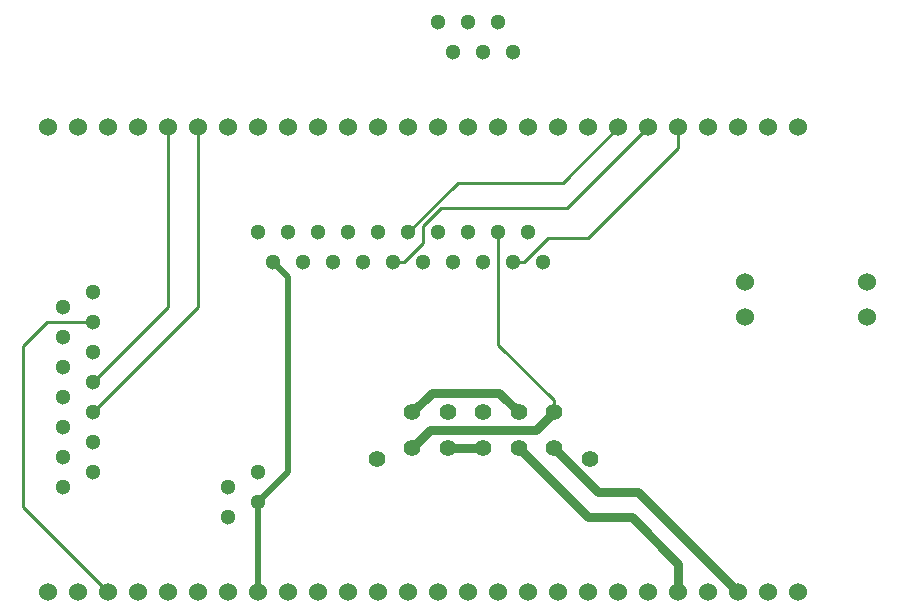
<source format=gbl>
G04 #@! TF.GenerationSoftware,KiCad,Pcbnew,5.0.2-bee76a0~70~ubuntu18.04.1*
G04 #@! TF.CreationDate,2019-05-01T23:48:17-04:00*
G04 #@! TF.ProjectId,internal_board,696e7465-726e-4616-9c5f-626f6172642e,rev?*
G04 #@! TF.SameCoordinates,Original*
G04 #@! TF.FileFunction,Copper,L4,Bot*
G04 #@! TF.FilePolarity,Positive*
%FSLAX46Y46*%
G04 Gerber Fmt 4.6, Leading zero omitted, Abs format (unit mm)*
G04 Created by KiCad (PCBNEW 5.0.2-bee76a0~70~ubuntu18.04.1) date Wed 01 May 2019 11:48:17 PM EDT*
%MOMM*%
%LPD*%
G01*
G04 APERTURE LIST*
G04 #@! TA.AperFunction,ComponentPad*
%ADD10C,1.300000*%
G04 #@! TD*
G04 #@! TA.AperFunction,ComponentPad*
%ADD11C,1.524000*%
G04 #@! TD*
G04 #@! TA.AperFunction,ComponentPad*
%ADD12C,1.420000*%
G04 #@! TD*
G04 #@! TA.AperFunction,Conductor*
%ADD13C,0.508000*%
G04 #@! TD*
G04 #@! TA.AperFunction,Conductor*
%ADD14C,0.254000*%
G04 #@! TD*
G04 #@! TA.AperFunction,Conductor*
%ADD15C,0.762000*%
G04 #@! TD*
G04 APERTURE END LIST*
D10*
G04 #@! TO.P,J2,5*
G04 #@! TO.N,/5V_AIR*
X142240000Y-66040000D03*
G04 #@! TO.P,J2,3*
G04 #@! TO.N,/CAN_HIGH*
X139700000Y-66040000D03*
G04 #@! TO.P,J2,1*
G04 #@! TO.N,GND*
X137160000Y-66040000D03*
G04 #@! TO.P,J2,7*
G04 #@! TO.N,/MISO_AIR*
X144780000Y-66040000D03*
G04 #@! TO.P,J2,2*
G04 #@! TO.N,/12V*
X138430000Y-68580000D03*
G04 #@! TO.P,J2,4*
G04 #@! TO.N,/CAN_LOW*
X140970000Y-68580000D03*
G04 #@! TO.P,J2,6*
G04 #@! TO.N,/MOSI_AIR*
X143510000Y-68580000D03*
G04 #@! TO.P,J2,8*
G04 #@! TO.N,/SCK_AIR*
X146050000Y-68580000D03*
G04 #@! TO.P,J2,9*
G04 #@! TO.N,/RESET_AIR*
X147320000Y-66040000D03*
G04 #@! TO.P,J2,10*
G04 #@! TO.N,/LED1_AIR*
X148590000Y-68580000D03*
G04 #@! TO.P,J2,11*
G04 #@! TO.N,/LED2_AIR*
X149860000Y-66040000D03*
G04 #@! TO.P,J2,12*
G04 #@! TO.N,/IMD_SENSE*
X151130000Y-68580000D03*
G04 #@! TO.P,J2,13*
G04 #@! TO.N,/BMS_SENSE*
X152400000Y-66040000D03*
G04 #@! TO.P,J2,14*
G04 #@! TO.N,/Shutdown_BMS*
X153670000Y-68580000D03*
G04 #@! TO.P,J2,15*
G04 #@! TO.N,/Shutdown_IMD*
X154940000Y-66040000D03*
G04 #@! TO.P,J2,16*
G04 #@! TO.N,/Shutdown_HVD*
X156210000Y-68580000D03*
G04 #@! TO.P,J2,17*
G04 #@! TO.N,/Shutdown_MP*
X157480000Y-66040000D03*
G04 #@! TO.P,J2,18*
G04 #@! TO.N,/5V_AIR*
X158750000Y-68580000D03*
G04 #@! TO.P,J2,19*
G04 #@! TO.N,/Cooling_pressure_sense*
X160020000Y-66040000D03*
G04 #@! TO.P,J2,20*
G04 #@! TO.N,GND*
X161290000Y-68580000D03*
G04 #@! TD*
G04 #@! TO.P,J3,3*
G04 #@! TO.N,/IMD_SENSE*
X134620000Y-87630000D03*
G04 #@! TO.P,J3,1*
G04 #@! TO.N,GND*
X134620000Y-90170000D03*
G04 #@! TO.P,J3,2*
G04 #@! TO.N,/12V*
X137160000Y-88900000D03*
G04 #@! TO.P,J3,4*
G04 #@! TO.N,GND*
X137160000Y-86360000D03*
G04 #@! TD*
G04 #@! TO.P,J4,5*
G04 #@! TO.N,/5V_BMS*
X120650000Y-82550000D03*
G04 #@! TO.P,J4,3*
G04 #@! TO.N,/CAN_HIGH*
X120650000Y-85090000D03*
G04 #@! TO.P,J4,1*
G04 #@! TO.N,GND*
X120650000Y-87630000D03*
G04 #@! TO.P,J4,7*
G04 #@! TO.N,/MISO_BMS*
X120650000Y-80010000D03*
G04 #@! TO.P,J4,2*
G04 #@! TO.N,/12V*
X123190000Y-86360000D03*
G04 #@! TO.P,J4,4*
G04 #@! TO.N,/CAN_LOW*
X123190000Y-83820000D03*
G04 #@! TO.P,J4,6*
G04 #@! TO.N,/MOSI_BMS*
X123190000Y-81280000D03*
G04 #@! TO.P,J4,8*
G04 #@! TO.N,/SCK_BMS*
X123190000Y-78740000D03*
G04 #@! TO.P,J4,9*
G04 #@! TO.N,/RESET_BMS*
X120650000Y-77470000D03*
G04 #@! TO.P,J4,10*
G04 #@! TO.N,/LED1_BMS*
X123190000Y-76200000D03*
G04 #@! TO.P,J4,11*
G04 #@! TO.N,/LED2_BMS*
X120650000Y-74930000D03*
G04 #@! TO.P,J4,12*
G04 #@! TO.N,/FAN_PWM*
X123190000Y-73660000D03*
G04 #@! TO.P,J4,13*
G04 #@! TO.N,/BMS_SENSE*
X120650000Y-72390000D03*
G04 #@! TO.P,J4,14*
G04 #@! TO.N,/BSPD_Current_sense*
X123190000Y-71120000D03*
G04 #@! TD*
G04 #@! TO.P,J5,5*
G04 #@! TO.N,/TSAL+_G*
X157480000Y-48260000D03*
G04 #@! TO.P,J5,3*
G04 #@! TO.N,/TSAL+_R*
X154940000Y-48260000D03*
G04 #@! TO.P,J5,1*
G04 #@! TO.N,GND*
X152400000Y-48260000D03*
G04 #@! TO.P,J5,2*
G04 #@! TO.N,/12V*
X153670000Y-50800000D03*
G04 #@! TO.P,J5,4*
G04 #@! TO.N,/TSAL-_R*
X156210000Y-50800000D03*
G04 #@! TO.P,J5,6*
G04 #@! TO.N,/TSAL-_G*
X158750000Y-50800000D03*
G04 #@! TD*
D11*
G04 #@! TO.P,J7,1*
G04 #@! TO.N,/SCK_AIR*
X182880000Y-57150000D03*
G04 #@! TO.P,J7,2*
G04 #@! TO.N,/RESET_AIR*
X180340000Y-57150000D03*
G04 #@! TO.P,J7,3*
G04 #@! TO.N,/MOSI_AIR*
X177800000Y-57150000D03*
G04 #@! TO.P,J7,4*
G04 #@! TO.N,/MISO_AIR*
X175260000Y-57150000D03*
G04 #@! TO.P,J7,5*
G04 #@! TO.N,/5V_AIR*
X172720000Y-57150000D03*
G04 #@! TO.P,J7,8*
G04 #@! TO.N,/CAN_HIGH*
X165100000Y-57150000D03*
G04 #@! TO.P,J7,10*
G04 #@! TO.N,/TSAL-_G*
X160020000Y-57150000D03*
G04 #@! TO.P,J7,6*
G04 #@! TO.N,/LED1_AIR*
X170180000Y-57150000D03*
G04 #@! TO.P,J7,9*
G04 #@! TO.N,/CAN_LOW*
X162560000Y-57150000D03*
G04 #@! TO.P,J7,7*
G04 #@! TO.N,/LED2_AIR*
X167640000Y-57150000D03*
G04 #@! TO.P,J7,19*
G04 #@! TO.N,Net-(J7-Pad19)*
X137160000Y-57150000D03*
G04 #@! TO.P,J7,13*
G04 #@! TO.N,/TSAL+_R*
X152400000Y-57150000D03*
G04 #@! TO.P,J7,20*
G04 #@! TO.N,/LED1_BMS*
X134620000Y-57150000D03*
G04 #@! TO.P,J7,15*
G04 #@! TO.N,Net-(J7-Pad15)*
X147320000Y-57150000D03*
G04 #@! TO.P,J7,11*
G04 #@! TO.N,/TSAL+_G*
X157480000Y-57150000D03*
G04 #@! TO.P,J7,16*
G04 #@! TO.N,Net-(J7-Pad16)*
X144780000Y-57150000D03*
G04 #@! TO.P,J7,17*
G04 #@! TO.N,Net-(J7-Pad17)*
X142240000Y-57150000D03*
G04 #@! TO.P,J7,18*
G04 #@! TO.N,Net-(J7-Pad18)*
X139700000Y-57150000D03*
G04 #@! TO.P,J7,14*
G04 #@! TO.N,Net-(J7-Pad14)*
X149860000Y-57150000D03*
G04 #@! TO.P,J7,12*
G04 #@! TO.N,/TSAL-_R*
X154940000Y-57150000D03*
G04 #@! TO.P,J7,24*
G04 #@! TO.N,/RESET_BMS*
X124460000Y-57150000D03*
G04 #@! TO.P,J7,22*
G04 #@! TO.N,/SCK_BMS*
X129540000Y-57150000D03*
G04 #@! TO.P,J7,23*
G04 #@! TO.N,/LED2_BMS*
X127000000Y-57150000D03*
G04 #@! TO.P,J7,25*
G04 #@! TO.N,/MISO_BMS*
X121920000Y-57150000D03*
G04 #@! TO.P,J7,26*
G04 #@! TO.N,/5V_BMS*
X119380000Y-57150000D03*
G04 #@! TO.P,J7,21*
G04 #@! TO.N,/MOSI_BMS*
X132080000Y-57150000D03*
G04 #@! TD*
G04 #@! TO.P,J8,21*
G04 #@! TO.N,Net-(J8-Pad21)*
X170180000Y-96520000D03*
G04 #@! TO.P,J8,26*
G04 #@! TO.N,/Cooling_pressure_sense*
X182880000Y-96520000D03*
G04 #@! TO.P,J8,25*
G04 #@! TO.N,Net-(J8-Pad25)*
X180340000Y-96520000D03*
G04 #@! TO.P,J8,23*
G04 #@! TO.N,Net-(J8-Pad23)*
X175260000Y-96520000D03*
G04 #@! TO.P,J8,22*
G04 #@! TO.N,/Shutdown_E-STOP*
X172720000Y-96520000D03*
G04 #@! TO.P,J8,24*
G04 #@! TO.N,/Shutdown_IMD*
X177800000Y-96520000D03*
G04 #@! TO.P,J8,12*
G04 #@! TO.N,GND*
X147320000Y-96520000D03*
G04 #@! TO.P,J8,14*
G04 #@! TO.N,Net-(J8-Pad14)*
X152400000Y-96520000D03*
G04 #@! TO.P,J8,18*
G04 #@! TO.N,GND*
X162560000Y-96520000D03*
G04 #@! TO.P,J8,17*
G04 #@! TO.N,/emeter_CAN_HIGH*
X160020000Y-96520000D03*
G04 #@! TO.P,J8,16*
G04 #@! TO.N,/5V_AIR*
X157480000Y-96520000D03*
G04 #@! TO.P,J8,11*
G04 #@! TO.N,/CAN_LOW*
X144780000Y-96520000D03*
G04 #@! TO.P,J8,15*
G04 #@! TO.N,Net-(J8-Pad15)*
X154940000Y-96520000D03*
G04 #@! TO.P,J8,20*
G04 #@! TO.N,/Shutdown_Final*
X167640000Y-96520000D03*
G04 #@! TO.P,J8,13*
G04 #@! TO.N,/12V*
X149860000Y-96520000D03*
G04 #@! TO.P,J8,19*
G04 #@! TO.N,/emeter_CAN_LOW*
X165100000Y-96520000D03*
G04 #@! TO.P,J8,7*
G04 #@! TO.N,GND*
X134620000Y-96520000D03*
G04 #@! TO.P,J8,9*
X139700000Y-96520000D03*
G04 #@! TO.P,J8,6*
G04 #@! TO.N,Net-(J8-Pad6)*
X132080000Y-96520000D03*
G04 #@! TO.P,J8,10*
G04 #@! TO.N,/CAN_HIGH*
X142240000Y-96520000D03*
G04 #@! TO.P,J8,8*
G04 #@! TO.N,/12V*
X137160000Y-96520000D03*
G04 #@! TO.P,J8,5*
G04 #@! TO.N,Net-(J8-Pad5)*
X129540000Y-96520000D03*
G04 #@! TO.P,J8,4*
G04 #@! TO.N,/BSPD_Current_sense*
X127000000Y-96520000D03*
G04 #@! TO.P,J8,3*
G04 #@! TO.N,/FAN_PWM*
X124460000Y-96520000D03*
G04 #@! TO.P,J8,2*
G04 #@! TO.N,/12V*
X121920000Y-96520000D03*
G04 #@! TO.P,J8,1*
G04 #@! TO.N,GND*
X119380000Y-96520000D03*
G04 #@! TD*
D12*
G04 #@! TO.P,J1,10*
G04 #@! TO.N,/Shutdown_MP*
X150200000Y-84282000D03*
G04 #@! TO.P,J1,9*
G04 #@! TO.N,/Shutdown_HVD*
X153200000Y-84282000D03*
G04 #@! TO.P,J1,8*
X156220000Y-84282000D03*
G04 #@! TO.P,J1,7*
G04 #@! TO.N,/Shutdown_E-STOP*
X159220000Y-84282000D03*
G04 #@! TO.P,J1,6*
G04 #@! TO.N,/Shutdown_IMD*
X162220000Y-84282000D03*
G04 #@! TO.P,J1,5*
G04 #@! TO.N,/Shutdown_BMS*
X150200000Y-81282000D03*
G04 #@! TO.P,J1,4*
G04 #@! TO.N,GND*
X153200000Y-81282000D03*
G04 #@! TO.P,J1,3*
G04 #@! TO.N,/Shutdown_Final*
X156220000Y-81282000D03*
G04 #@! TO.P,J1,2*
G04 #@! TO.N,/Shutdown_BMS*
X159220000Y-81282000D03*
G04 #@! TO.P,J1,1*
G04 #@! TO.N,/Shutdown_MP*
X162220000Y-81282000D03*
G04 #@! TO.P,J1,*
G04 #@! TO.N,*
X165220000Y-85222000D03*
X147200000Y-85222000D03*
G04 #@! TD*
D11*
G04 #@! TO.P,J6,1*
G04 #@! TO.N,/emeter_CAN_HIGH*
X188661000Y-73218600D03*
G04 #@! TO.P,J6,2*
G04 #@! TO.N,/emeter_CAN_LOW*
X188661000Y-70221400D03*
G04 #@! TD*
G04 #@! TO.P,J9,2*
G04 #@! TO.N,GND*
X178381000Y-70221400D03*
G04 #@! TO.P,J9,1*
G04 #@! TO.N,/12V*
X178381000Y-73218600D03*
G04 #@! TD*
D13*
G04 #@! TO.N,/12V*
X137160000Y-96520000D02*
X137160000Y-88900000D01*
X137160000Y-88900000D02*
X139700000Y-86360000D01*
X139700000Y-86360000D02*
X139700000Y-69850000D01*
X139700000Y-69850000D02*
X138430000Y-68580000D01*
D14*
G04 #@! TO.N,/FAN_PWM*
X124460000Y-96520000D02*
X117221000Y-89281000D01*
X117221000Y-89281000D02*
X117221000Y-75692000D01*
X119253000Y-73660000D02*
X123190000Y-73660000D01*
X117221000Y-75692000D02*
X119253000Y-73660000D01*
D15*
G04 #@! TO.N,/Shutdown_E-STOP*
X165108000Y-90170000D02*
X159220000Y-84282000D01*
X165108000Y-90170000D02*
X168783000Y-90170000D01*
X172720000Y-94107000D02*
X172720000Y-96520000D01*
X168783000Y-90170000D02*
X172720000Y-94107000D01*
G04 #@! TO.N,/Shutdown_IMD*
X162220000Y-84282000D02*
X165949000Y-88011000D01*
X169291000Y-88011000D02*
X177800000Y-96520000D01*
X165949000Y-88011000D02*
X169291000Y-88011000D01*
D14*
G04 #@! TO.N,/5V_AIR*
X172720000Y-58928000D02*
X172720000Y-57150000D01*
X158750000Y-68580000D02*
X159669238Y-68580000D01*
X159669238Y-68580000D02*
X161701238Y-66548000D01*
X161701238Y-66548000D02*
X165100000Y-66548000D01*
X165100000Y-66548000D02*
X172720000Y-58928000D01*
G04 #@! TO.N,/LED1_AIR*
X152654000Y-64008000D02*
X163322000Y-64008000D01*
X148590000Y-68580000D02*
X149509238Y-68580000D01*
X163322000Y-64008000D02*
X170180000Y-57150000D01*
X149509238Y-68580000D02*
X151130000Y-66959238D01*
X151130000Y-65532000D02*
X152654000Y-64008000D01*
X151130000Y-66959238D02*
X151130000Y-65532000D01*
G04 #@! TO.N,/LED2_AIR*
X162941000Y-61849000D02*
X167640000Y-57150000D01*
X154051000Y-61849000D02*
X162941000Y-61849000D01*
X149860000Y-66040000D02*
X154051000Y-61849000D01*
D15*
G04 #@! TO.N,/Shutdown_BMS*
X150200000Y-81282000D02*
X151853000Y-79629000D01*
X157567000Y-79629000D02*
X159220000Y-81282000D01*
X151853000Y-79629000D02*
X157567000Y-79629000D01*
G04 #@! TO.N,/Shutdown_HVD*
X153200000Y-84282000D02*
X156220000Y-84282000D01*
G04 #@! TO.N,/Shutdown_MP*
X150200000Y-84282000D02*
X151678000Y-82804000D01*
X160698000Y-82804000D02*
X162220000Y-81282000D01*
X151678000Y-82804000D02*
X160698000Y-82804000D01*
D14*
X157480000Y-75537909D02*
X157480000Y-66959238D01*
X157480000Y-66959238D02*
X157480000Y-66040000D01*
X162220000Y-80277909D02*
X157480000Y-75537909D01*
X162220000Y-81282000D02*
X162220000Y-80277909D01*
G04 #@! TO.N,/MOSI_BMS*
X132080000Y-72390000D02*
X132080000Y-57150000D01*
X123190000Y-81280000D02*
X132080000Y-72390000D01*
G04 #@! TO.N,/SCK_BMS*
X129540000Y-72390000D02*
X129540000Y-57150000D01*
X123190000Y-78740000D02*
X129540000Y-72390000D01*
G04 #@! TD*
M02*

</source>
